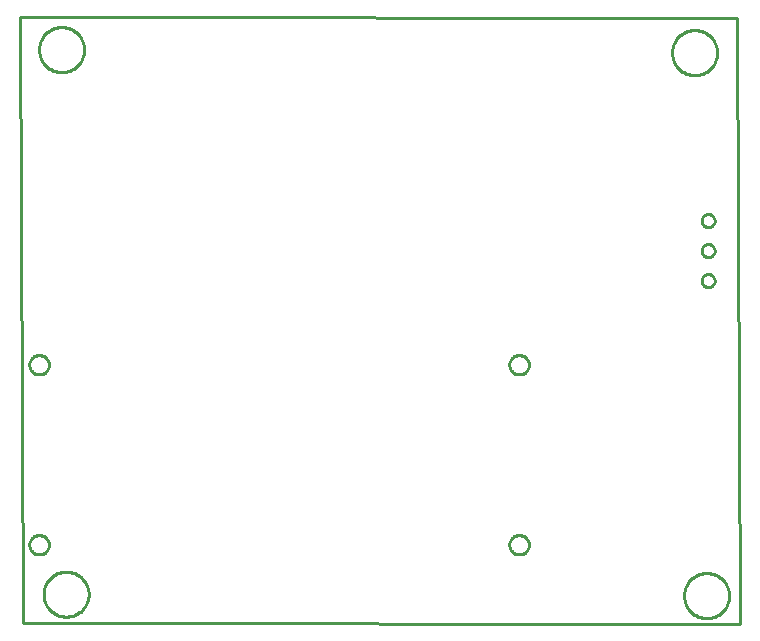
<source format=gbr>
G04 EAGLE Gerber RS-274X export*
G75*
%MOMM*%
%FSLAX34Y34*%
%LPD*%
%IN*%
%IPPOS*%
%AMOC8*
5,1,8,0,0,1.08239X$1,22.5*%
G01*
%ADD10C,0.254000*%


D10*
X-2540Y512980D02*
X0Y0D01*
X607570Y-1270D01*
X605030Y511710D01*
X-2540Y512980D01*
X55880Y23554D02*
X55811Y22405D01*
X55672Y21262D01*
X55464Y20130D01*
X55189Y19012D01*
X54846Y17913D01*
X54438Y16837D01*
X53965Y15787D01*
X53430Y14767D01*
X52835Y13782D01*
X52181Y12835D01*
X51471Y11928D01*
X50707Y11067D01*
X49893Y10253D01*
X49032Y9489D01*
X48125Y8779D01*
X47178Y8125D01*
X46193Y7530D01*
X45173Y6995D01*
X44123Y6522D01*
X43047Y6114D01*
X41948Y5771D01*
X40830Y5496D01*
X39698Y5288D01*
X38555Y5150D01*
X37406Y5080D01*
X36254Y5080D01*
X35105Y5150D01*
X33962Y5288D01*
X32830Y5496D01*
X31712Y5771D01*
X30613Y6114D01*
X29537Y6522D01*
X28487Y6995D01*
X27467Y7530D01*
X26482Y8125D01*
X25535Y8779D01*
X24628Y9489D01*
X23767Y10253D01*
X22953Y11067D01*
X22189Y11928D01*
X21479Y12835D01*
X20825Y13782D01*
X20230Y14767D01*
X19695Y15787D01*
X19222Y16837D01*
X18814Y17913D01*
X18471Y19012D01*
X18196Y20130D01*
X17988Y21262D01*
X17850Y22405D01*
X17780Y23554D01*
X17780Y24706D01*
X17850Y25855D01*
X17988Y26998D01*
X18196Y28130D01*
X18471Y29248D01*
X18814Y30347D01*
X19222Y31423D01*
X19695Y32473D01*
X20230Y33493D01*
X20825Y34478D01*
X21479Y35425D01*
X22189Y36332D01*
X22953Y37193D01*
X23767Y38007D01*
X24628Y38771D01*
X25535Y39481D01*
X26482Y40135D01*
X27467Y40730D01*
X28487Y41265D01*
X29537Y41738D01*
X30613Y42146D01*
X31712Y42489D01*
X32830Y42764D01*
X33962Y42972D01*
X35105Y43111D01*
X36254Y43180D01*
X37406Y43180D01*
X38555Y43111D01*
X39698Y42972D01*
X40830Y42764D01*
X41948Y42489D01*
X43047Y42146D01*
X44123Y41738D01*
X45173Y41265D01*
X46193Y40730D01*
X47178Y40135D01*
X48125Y39481D01*
X49032Y38771D01*
X49893Y38007D01*
X50707Y37193D01*
X51471Y36332D01*
X52181Y35425D01*
X52835Y34478D01*
X53430Y33493D01*
X53965Y32473D01*
X54438Y31423D01*
X54846Y30347D01*
X55189Y29248D01*
X55464Y28130D01*
X55672Y26998D01*
X55811Y25855D01*
X55880Y24706D01*
X55880Y23554D01*
X598170Y22284D02*
X598101Y21135D01*
X597962Y19992D01*
X597754Y18860D01*
X597479Y17742D01*
X597136Y16643D01*
X596728Y15567D01*
X596255Y14517D01*
X595720Y13497D01*
X595125Y12512D01*
X594471Y11565D01*
X593761Y10658D01*
X592997Y9797D01*
X592183Y8983D01*
X591322Y8219D01*
X590415Y7509D01*
X589468Y6855D01*
X588483Y6260D01*
X587463Y5725D01*
X586413Y5252D01*
X585337Y4844D01*
X584238Y4501D01*
X583120Y4226D01*
X581988Y4018D01*
X580845Y3880D01*
X579696Y3810D01*
X578544Y3810D01*
X577395Y3880D01*
X576252Y4018D01*
X575120Y4226D01*
X574002Y4501D01*
X572903Y4844D01*
X571827Y5252D01*
X570777Y5725D01*
X569757Y6260D01*
X568772Y6855D01*
X567825Y7509D01*
X566918Y8219D01*
X566057Y8983D01*
X565243Y9797D01*
X564479Y10658D01*
X563769Y11565D01*
X563115Y12512D01*
X562520Y13497D01*
X561985Y14517D01*
X561512Y15567D01*
X561104Y16643D01*
X560761Y17742D01*
X560486Y18860D01*
X560278Y19992D01*
X560140Y21135D01*
X560070Y22284D01*
X560070Y23436D01*
X560140Y24585D01*
X560278Y25728D01*
X560486Y26860D01*
X560761Y27978D01*
X561104Y29077D01*
X561512Y30153D01*
X561985Y31203D01*
X562520Y32223D01*
X563115Y33208D01*
X563769Y34155D01*
X564479Y35062D01*
X565243Y35923D01*
X566057Y36737D01*
X566918Y37501D01*
X567825Y38211D01*
X568772Y38865D01*
X569757Y39460D01*
X570777Y39995D01*
X571827Y40468D01*
X572903Y40876D01*
X574002Y41219D01*
X575120Y41494D01*
X576252Y41702D01*
X577395Y41841D01*
X578544Y41910D01*
X579696Y41910D01*
X580845Y41841D01*
X581988Y41702D01*
X583120Y41494D01*
X584238Y41219D01*
X585337Y40876D01*
X586413Y40468D01*
X587463Y39995D01*
X588483Y39460D01*
X589468Y38865D01*
X590415Y38211D01*
X591322Y37501D01*
X592183Y36737D01*
X592997Y35923D01*
X593761Y35062D01*
X594471Y34155D01*
X595125Y33208D01*
X595720Y32223D01*
X596255Y31203D01*
X596728Y30153D01*
X597136Y29077D01*
X597479Y27978D01*
X597754Y26860D01*
X597962Y25728D01*
X598101Y24585D01*
X598170Y23436D01*
X598170Y22284D01*
X588010Y482024D02*
X587941Y480875D01*
X587802Y479732D01*
X587594Y478600D01*
X587319Y477482D01*
X586976Y476383D01*
X586568Y475307D01*
X586095Y474257D01*
X585560Y473237D01*
X584965Y472252D01*
X584311Y471305D01*
X583601Y470398D01*
X582837Y469537D01*
X582023Y468723D01*
X581162Y467959D01*
X580255Y467249D01*
X579308Y466595D01*
X578323Y466000D01*
X577303Y465465D01*
X576253Y464992D01*
X575177Y464584D01*
X574078Y464241D01*
X572960Y463966D01*
X571828Y463758D01*
X570685Y463620D01*
X569536Y463550D01*
X568384Y463550D01*
X567235Y463620D01*
X566092Y463758D01*
X564960Y463966D01*
X563842Y464241D01*
X562743Y464584D01*
X561667Y464992D01*
X560617Y465465D01*
X559597Y466000D01*
X558612Y466595D01*
X557665Y467249D01*
X556758Y467959D01*
X555897Y468723D01*
X555083Y469537D01*
X554319Y470398D01*
X553609Y471305D01*
X552955Y472252D01*
X552360Y473237D01*
X551825Y474257D01*
X551352Y475307D01*
X550944Y476383D01*
X550601Y477482D01*
X550326Y478600D01*
X550118Y479732D01*
X549980Y480875D01*
X549910Y482024D01*
X549910Y483176D01*
X549980Y484325D01*
X550118Y485468D01*
X550326Y486600D01*
X550601Y487718D01*
X550944Y488817D01*
X551352Y489893D01*
X551825Y490943D01*
X552360Y491963D01*
X552955Y492948D01*
X553609Y493895D01*
X554319Y494802D01*
X555083Y495663D01*
X555897Y496477D01*
X556758Y497241D01*
X557665Y497951D01*
X558612Y498605D01*
X559597Y499200D01*
X560617Y499735D01*
X561667Y500208D01*
X562743Y500616D01*
X563842Y500959D01*
X564960Y501234D01*
X566092Y501442D01*
X567235Y501581D01*
X568384Y501650D01*
X569536Y501650D01*
X570685Y501581D01*
X571828Y501442D01*
X572960Y501234D01*
X574078Y500959D01*
X575177Y500616D01*
X576253Y500208D01*
X577303Y499735D01*
X578323Y499200D01*
X579308Y498605D01*
X580255Y497951D01*
X581162Y497241D01*
X582023Y496477D01*
X582837Y495663D01*
X583601Y494802D01*
X584311Y493895D01*
X584965Y492948D01*
X585560Y491963D01*
X586095Y490943D01*
X586568Y489893D01*
X586976Y488817D01*
X587319Y487718D01*
X587594Y486600D01*
X587802Y485468D01*
X587941Y484325D01*
X588010Y483176D01*
X588010Y482024D01*
X52070Y484564D02*
X52001Y483415D01*
X51862Y482272D01*
X51654Y481140D01*
X51379Y480022D01*
X51036Y478923D01*
X50628Y477847D01*
X50155Y476797D01*
X49620Y475777D01*
X49025Y474792D01*
X48371Y473845D01*
X47661Y472938D01*
X46897Y472077D01*
X46083Y471263D01*
X45222Y470499D01*
X44315Y469789D01*
X43368Y469135D01*
X42383Y468540D01*
X41363Y468005D01*
X40313Y467532D01*
X39237Y467124D01*
X38138Y466781D01*
X37020Y466506D01*
X35888Y466298D01*
X34745Y466160D01*
X33596Y466090D01*
X32444Y466090D01*
X31295Y466160D01*
X30152Y466298D01*
X29020Y466506D01*
X27902Y466781D01*
X26803Y467124D01*
X25727Y467532D01*
X24677Y468005D01*
X23657Y468540D01*
X22672Y469135D01*
X21725Y469789D01*
X20818Y470499D01*
X19957Y471263D01*
X19143Y472077D01*
X18379Y472938D01*
X17669Y473845D01*
X17015Y474792D01*
X16420Y475777D01*
X15885Y476797D01*
X15412Y477847D01*
X15004Y478923D01*
X14661Y480022D01*
X14386Y481140D01*
X14178Y482272D01*
X14040Y483415D01*
X13970Y484564D01*
X13970Y485716D01*
X14040Y486865D01*
X14178Y488008D01*
X14386Y489140D01*
X14661Y490258D01*
X15004Y491357D01*
X15412Y492433D01*
X15885Y493483D01*
X16420Y494503D01*
X17015Y495488D01*
X17669Y496435D01*
X18379Y497342D01*
X19143Y498203D01*
X19957Y499017D01*
X20818Y499781D01*
X21725Y500491D01*
X22672Y501145D01*
X23657Y501740D01*
X24677Y502275D01*
X25727Y502748D01*
X26803Y503156D01*
X27902Y503499D01*
X29020Y503774D01*
X30152Y503982D01*
X31295Y504121D01*
X32444Y504190D01*
X33596Y504190D01*
X34745Y504121D01*
X35888Y503982D01*
X37020Y503774D01*
X38138Y503499D01*
X39237Y503156D01*
X40313Y502748D01*
X41363Y502275D01*
X42383Y501740D01*
X43368Y501145D01*
X44315Y500491D01*
X45222Y499781D01*
X46083Y499017D01*
X46897Y498203D01*
X47661Y497342D01*
X48371Y496435D01*
X49025Y495488D01*
X49620Y494503D01*
X50155Y493483D01*
X50628Y492433D01*
X51036Y491357D01*
X51379Y490258D01*
X51654Y489140D01*
X51862Y488008D01*
X52001Y486865D01*
X52070Y485716D01*
X52070Y484564D01*
X580699Y295060D02*
X581313Y294991D01*
X581915Y294853D01*
X582498Y294649D01*
X583055Y294381D01*
X583578Y294053D01*
X584061Y293668D01*
X584498Y293231D01*
X584883Y292748D01*
X585211Y292225D01*
X585479Y291668D01*
X585683Y291085D01*
X585821Y290483D01*
X585890Y289869D01*
X585890Y289251D01*
X585821Y288637D01*
X585683Y288035D01*
X585479Y287452D01*
X585211Y286895D01*
X584883Y286372D01*
X584498Y285889D01*
X584061Y285453D01*
X583578Y285067D01*
X583055Y284739D01*
X582498Y284471D01*
X581915Y284267D01*
X581313Y284129D01*
X580699Y284060D01*
X580081Y284060D01*
X579467Y284129D01*
X578865Y284267D01*
X578282Y284471D01*
X577725Y284739D01*
X577202Y285067D01*
X576719Y285453D01*
X576283Y285889D01*
X575897Y286372D01*
X575569Y286895D01*
X575301Y287452D01*
X575097Y288035D01*
X574959Y288637D01*
X574890Y289251D01*
X574890Y289869D01*
X574959Y290483D01*
X575097Y291085D01*
X575301Y291668D01*
X575569Y292225D01*
X575897Y292748D01*
X576283Y293231D01*
X576719Y293668D01*
X577202Y294053D01*
X577725Y294381D01*
X578282Y294649D01*
X578865Y294853D01*
X579467Y294991D01*
X580081Y295060D01*
X580699Y295060D01*
X580699Y320460D02*
X581313Y320391D01*
X581915Y320253D01*
X582498Y320049D01*
X583055Y319781D01*
X583578Y319453D01*
X584061Y319068D01*
X584498Y318631D01*
X584883Y318148D01*
X585211Y317625D01*
X585479Y317068D01*
X585683Y316485D01*
X585821Y315883D01*
X585890Y315269D01*
X585890Y314651D01*
X585821Y314037D01*
X585683Y313435D01*
X585479Y312852D01*
X585211Y312295D01*
X584883Y311772D01*
X584498Y311289D01*
X584061Y310853D01*
X583578Y310467D01*
X583055Y310139D01*
X582498Y309871D01*
X581915Y309667D01*
X581313Y309529D01*
X580699Y309460D01*
X580081Y309460D01*
X579467Y309529D01*
X578865Y309667D01*
X578282Y309871D01*
X577725Y310139D01*
X577202Y310467D01*
X576719Y310853D01*
X576283Y311289D01*
X575897Y311772D01*
X575569Y312295D01*
X575301Y312852D01*
X575097Y313435D01*
X574959Y314037D01*
X574890Y314651D01*
X574890Y315269D01*
X574959Y315883D01*
X575097Y316485D01*
X575301Y317068D01*
X575569Y317625D01*
X575897Y318148D01*
X576283Y318631D01*
X576719Y319068D01*
X577202Y319453D01*
X577725Y319781D01*
X578282Y320049D01*
X578865Y320253D01*
X579467Y320391D01*
X580081Y320460D01*
X580699Y320460D01*
X580699Y345860D02*
X581313Y345791D01*
X581915Y345653D01*
X582498Y345449D01*
X583055Y345181D01*
X583578Y344853D01*
X584061Y344468D01*
X584498Y344031D01*
X584883Y343548D01*
X585211Y343025D01*
X585479Y342468D01*
X585683Y341885D01*
X585821Y341283D01*
X585890Y340669D01*
X585890Y340051D01*
X585821Y339437D01*
X585683Y338835D01*
X585479Y338252D01*
X585211Y337695D01*
X584883Y337172D01*
X584498Y336689D01*
X584061Y336253D01*
X583578Y335867D01*
X583055Y335539D01*
X582498Y335271D01*
X581915Y335067D01*
X581313Y334929D01*
X580699Y334860D01*
X580081Y334860D01*
X579467Y334929D01*
X578865Y335067D01*
X578282Y335271D01*
X577725Y335539D01*
X577202Y335867D01*
X576719Y336253D01*
X576283Y336689D01*
X575897Y337172D01*
X575569Y337695D01*
X575301Y338252D01*
X575097Y338835D01*
X574959Y339437D01*
X574890Y340051D01*
X574890Y340669D01*
X574959Y341283D01*
X575097Y341885D01*
X575301Y342468D01*
X575569Y343025D01*
X575897Y343548D01*
X576283Y344031D01*
X576719Y344468D01*
X577202Y344853D01*
X577725Y345181D01*
X578282Y345449D01*
X578865Y345653D01*
X579467Y345791D01*
X580081Y345860D01*
X580699Y345860D01*
X22220Y65635D02*
X22141Y64828D01*
X21982Y64033D01*
X21747Y63257D01*
X21437Y62508D01*
X21055Y61794D01*
X20604Y61120D01*
X20090Y60493D01*
X19517Y59920D01*
X18890Y59406D01*
X18216Y58955D01*
X17502Y58573D01*
X16753Y58263D01*
X15977Y58028D01*
X15182Y57869D01*
X14375Y57790D01*
X13565Y57790D01*
X12758Y57869D01*
X11963Y58028D01*
X11187Y58263D01*
X10438Y58573D01*
X9724Y58955D01*
X9050Y59406D01*
X8423Y59920D01*
X7850Y60493D01*
X7336Y61120D01*
X6885Y61794D01*
X6503Y62508D01*
X6193Y63257D01*
X5958Y64033D01*
X5799Y64828D01*
X5720Y65635D01*
X5720Y66445D01*
X5799Y67252D01*
X5958Y68047D01*
X6193Y68823D01*
X6503Y69572D01*
X6885Y70286D01*
X7336Y70960D01*
X7850Y71587D01*
X8423Y72160D01*
X9050Y72674D01*
X9724Y73125D01*
X10438Y73507D01*
X11187Y73817D01*
X11963Y74052D01*
X12758Y74211D01*
X13565Y74290D01*
X14375Y74290D01*
X15182Y74211D01*
X15977Y74052D01*
X16753Y73817D01*
X17502Y73507D01*
X18216Y73125D01*
X18890Y72674D01*
X19517Y72160D01*
X20090Y71587D01*
X20604Y70960D01*
X21055Y70286D01*
X21437Y69572D01*
X21747Y68823D01*
X21982Y68047D01*
X22141Y67252D01*
X22220Y66445D01*
X22220Y65635D01*
X22220Y218035D02*
X22141Y217228D01*
X21982Y216433D01*
X21747Y215657D01*
X21437Y214908D01*
X21055Y214194D01*
X20604Y213520D01*
X20090Y212893D01*
X19517Y212320D01*
X18890Y211806D01*
X18216Y211355D01*
X17502Y210973D01*
X16753Y210663D01*
X15977Y210428D01*
X15182Y210269D01*
X14375Y210190D01*
X13565Y210190D01*
X12758Y210269D01*
X11963Y210428D01*
X11187Y210663D01*
X10438Y210973D01*
X9724Y211355D01*
X9050Y211806D01*
X8423Y212320D01*
X7850Y212893D01*
X7336Y213520D01*
X6885Y214194D01*
X6503Y214908D01*
X6193Y215657D01*
X5958Y216433D01*
X5799Y217228D01*
X5720Y218035D01*
X5720Y218845D01*
X5799Y219652D01*
X5958Y220447D01*
X6193Y221223D01*
X6503Y221972D01*
X6885Y222686D01*
X7336Y223360D01*
X7850Y223987D01*
X8423Y224560D01*
X9050Y225074D01*
X9724Y225525D01*
X10438Y225907D01*
X11187Y226217D01*
X11963Y226452D01*
X12758Y226611D01*
X13565Y226690D01*
X14375Y226690D01*
X15182Y226611D01*
X15977Y226452D01*
X16753Y226217D01*
X17502Y225907D01*
X18216Y225525D01*
X18890Y225074D01*
X19517Y224560D01*
X20090Y223987D01*
X20604Y223360D01*
X21055Y222686D01*
X21437Y221972D01*
X21747Y221223D01*
X21982Y220447D01*
X22141Y219652D01*
X22220Y218845D01*
X22220Y218035D01*
X428620Y218035D02*
X428541Y217228D01*
X428382Y216433D01*
X428147Y215657D01*
X427837Y214908D01*
X427455Y214194D01*
X427004Y213520D01*
X426490Y212893D01*
X425917Y212320D01*
X425290Y211806D01*
X424616Y211355D01*
X423902Y210973D01*
X423153Y210663D01*
X422377Y210428D01*
X421582Y210269D01*
X420775Y210190D01*
X419965Y210190D01*
X419158Y210269D01*
X418363Y210428D01*
X417587Y210663D01*
X416838Y210973D01*
X416124Y211355D01*
X415450Y211806D01*
X414823Y212320D01*
X414250Y212893D01*
X413736Y213520D01*
X413285Y214194D01*
X412903Y214908D01*
X412593Y215657D01*
X412358Y216433D01*
X412199Y217228D01*
X412120Y218035D01*
X412120Y218845D01*
X412199Y219652D01*
X412358Y220447D01*
X412593Y221223D01*
X412903Y221972D01*
X413285Y222686D01*
X413736Y223360D01*
X414250Y223987D01*
X414823Y224560D01*
X415450Y225074D01*
X416124Y225525D01*
X416838Y225907D01*
X417587Y226217D01*
X418363Y226452D01*
X419158Y226611D01*
X419965Y226690D01*
X420775Y226690D01*
X421582Y226611D01*
X422377Y226452D01*
X423153Y226217D01*
X423902Y225907D01*
X424616Y225525D01*
X425290Y225074D01*
X425917Y224560D01*
X426490Y223987D01*
X427004Y223360D01*
X427455Y222686D01*
X427837Y221972D01*
X428147Y221223D01*
X428382Y220447D01*
X428541Y219652D01*
X428620Y218845D01*
X428620Y218035D01*
X428620Y65635D02*
X428541Y64828D01*
X428382Y64033D01*
X428147Y63257D01*
X427837Y62508D01*
X427455Y61794D01*
X427004Y61120D01*
X426490Y60493D01*
X425917Y59920D01*
X425290Y59406D01*
X424616Y58955D01*
X423902Y58573D01*
X423153Y58263D01*
X422377Y58028D01*
X421582Y57869D01*
X420775Y57790D01*
X419965Y57790D01*
X419158Y57869D01*
X418363Y58028D01*
X417587Y58263D01*
X416838Y58573D01*
X416124Y58955D01*
X415450Y59406D01*
X414823Y59920D01*
X414250Y60493D01*
X413736Y61120D01*
X413285Y61794D01*
X412903Y62508D01*
X412593Y63257D01*
X412358Y64033D01*
X412199Y64828D01*
X412120Y65635D01*
X412120Y66445D01*
X412199Y67252D01*
X412358Y68047D01*
X412593Y68823D01*
X412903Y69572D01*
X413285Y70286D01*
X413736Y70960D01*
X414250Y71587D01*
X414823Y72160D01*
X415450Y72674D01*
X416124Y73125D01*
X416838Y73507D01*
X417587Y73817D01*
X418363Y74052D01*
X419158Y74211D01*
X419965Y74290D01*
X420775Y74290D01*
X421582Y74211D01*
X422377Y74052D01*
X423153Y73817D01*
X423902Y73507D01*
X424616Y73125D01*
X425290Y72674D01*
X425917Y72160D01*
X426490Y71587D01*
X427004Y70960D01*
X427455Y70286D01*
X427837Y69572D01*
X428147Y68823D01*
X428382Y68047D01*
X428541Y67252D01*
X428620Y66445D01*
X428620Y65635D01*
M02*

</source>
